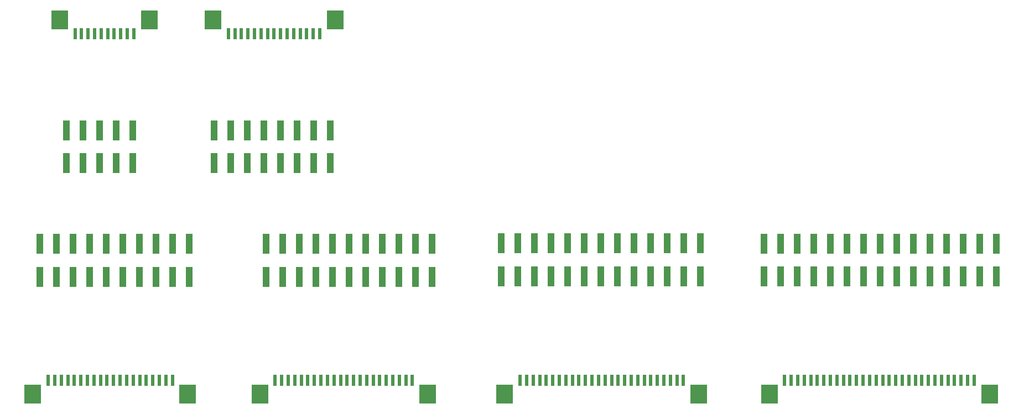
<source format=gbp>
G04 #@! TF.GenerationSoftware,KiCad,Pcbnew,8.0.3*
G04 #@! TF.CreationDate,2025-06-28T13:49:22+03:00*
G04 #@! TF.ProjectId,Camera_Expansion_Board_V2.0,43616d65-7261-45f4-9578-70616e73696f,rev?*
G04 #@! TF.SameCoordinates,Original*
G04 #@! TF.FileFunction,Paste,Bot*
G04 #@! TF.FilePolarity,Positive*
%FSLAX46Y46*%
G04 Gerber Fmt 4.6, Leading zero omitted, Abs format (unit mm)*
G04 Created by KiCad (PCBNEW 8.0.3) date 2025-06-28 13:49:22*
%MOMM*%
%LPD*%
G01*
G04 APERTURE LIST*
%ADD10R,0.600000X1.800000*%
%ADD11R,2.600000X3.000000*%
%ADD12R,1.000000X3.150000*%
G04 APERTURE END LIST*
D10*
X84443750Y-65148750D03*
X85443750Y-65148750D03*
X86443750Y-65148750D03*
X87443750Y-65148750D03*
X88443750Y-65148750D03*
X89443750Y-65148750D03*
X90443750Y-65148750D03*
X91443750Y-65148750D03*
X92443750Y-65148750D03*
X93443750Y-65148750D03*
D11*
X82093750Y-62978750D03*
X95793750Y-62978750D03*
D12*
X180133750Y-102311250D03*
X180133750Y-97261250D03*
X177593750Y-102311250D03*
X177593750Y-97261250D03*
X175053750Y-102311250D03*
X175053750Y-97261250D03*
X172513750Y-102311250D03*
X172513750Y-97261250D03*
X169973750Y-102311250D03*
X169973750Y-97261250D03*
X167433750Y-102311250D03*
X167433750Y-97261250D03*
X164893750Y-102311250D03*
X164893750Y-97261250D03*
X162353750Y-102311250D03*
X162353750Y-97261250D03*
X159813750Y-102311250D03*
X159813750Y-97261250D03*
X157273750Y-102311250D03*
X157273750Y-97261250D03*
X154733750Y-102311250D03*
X154733750Y-97261250D03*
X152193750Y-102311250D03*
X152193750Y-97261250D03*
X149653750Y-102311250D03*
X149653750Y-97261250D03*
D10*
X107913750Y-65148750D03*
X108913750Y-65148750D03*
X109913750Y-65148750D03*
X110913750Y-65148750D03*
X111913750Y-65148750D03*
X112913750Y-65148750D03*
X113913750Y-65148750D03*
X114913750Y-65148750D03*
X115913750Y-65148750D03*
X116913750Y-65148750D03*
X117913750Y-65148750D03*
X118913750Y-65148750D03*
X119913750Y-65148750D03*
X120913750Y-65148750D03*
X121913750Y-65148750D03*
D11*
X105563750Y-62978750D03*
X124263750Y-62978750D03*
D10*
X99353750Y-118203750D03*
X98353750Y-118203750D03*
X97353750Y-118203750D03*
X96353750Y-118203750D03*
X95353750Y-118203750D03*
X94353750Y-118203750D03*
X93353750Y-118203750D03*
X92353750Y-118203750D03*
X91353750Y-118203750D03*
X90353750Y-118203750D03*
X89353750Y-118203750D03*
X88353750Y-118203750D03*
X87353750Y-118203750D03*
X86353750Y-118203750D03*
X85353750Y-118203750D03*
X84353750Y-118203750D03*
X83353750Y-118203750D03*
X82353750Y-118203750D03*
X81353750Y-118203750D03*
X80353750Y-118203750D03*
D11*
X101703750Y-120373750D03*
X78003750Y-120373750D03*
D12*
X105713750Y-79921250D03*
X105713750Y-84971250D03*
X108253750Y-79921250D03*
X108253750Y-84971250D03*
X110793750Y-79921250D03*
X110793750Y-84971250D03*
X113333750Y-79921250D03*
X113333750Y-84971250D03*
X115873750Y-79921250D03*
X115873750Y-84971250D03*
X118413750Y-79921250D03*
X118413750Y-84971250D03*
X120953750Y-79921250D03*
X120953750Y-84971250D03*
X123493750Y-79921250D03*
X123493750Y-84971250D03*
D10*
X177572500Y-118203750D03*
X176572500Y-118203750D03*
X175572500Y-118203750D03*
X174572500Y-118203750D03*
X173572500Y-118203750D03*
X172572500Y-118203750D03*
X171572500Y-118203750D03*
X170572500Y-118203750D03*
X169572500Y-118203750D03*
X168572500Y-118203750D03*
X167572500Y-118203750D03*
X166572500Y-118203750D03*
X165572500Y-118203750D03*
X164572500Y-118203750D03*
X163572500Y-118203750D03*
X162572500Y-118203750D03*
X161572500Y-118203750D03*
X160572500Y-118203750D03*
X159572500Y-118203750D03*
X158572500Y-118203750D03*
X157572500Y-118203750D03*
X156572500Y-118203750D03*
X155572500Y-118203750D03*
X154572500Y-118203750D03*
X153572500Y-118203750D03*
X152572500Y-118203750D03*
D11*
X179922500Y-120373750D03*
X150222500Y-120373750D03*
D12*
X225480000Y-102343750D03*
X225480000Y-97293750D03*
X222940000Y-102343750D03*
X222940000Y-97293750D03*
X220400000Y-102343750D03*
X220400000Y-97293750D03*
X217860000Y-102343750D03*
X217860000Y-97293750D03*
X215320000Y-102343750D03*
X215320000Y-97293750D03*
X212780000Y-102343750D03*
X212780000Y-97293750D03*
X210240000Y-102343750D03*
X210240000Y-97293750D03*
X207700000Y-102343750D03*
X207700000Y-97293750D03*
X205160000Y-102343750D03*
X205160000Y-97293750D03*
X202620000Y-102343750D03*
X202620000Y-97293750D03*
X200080000Y-102343750D03*
X200080000Y-97293750D03*
X197540000Y-102343750D03*
X197540000Y-97293750D03*
X195000000Y-102343750D03*
X195000000Y-97293750D03*
X192460000Y-102343750D03*
X192460000Y-97293750D03*
X189920000Y-102343750D03*
X189920000Y-97293750D03*
X139133750Y-102351250D03*
X139133750Y-97301250D03*
X136593750Y-102351250D03*
X136593750Y-97301250D03*
X134053750Y-102351250D03*
X134053750Y-97301250D03*
X131513750Y-102351250D03*
X131513750Y-97301250D03*
X128973750Y-102351250D03*
X128973750Y-97301250D03*
X126433750Y-102351250D03*
X126433750Y-97301250D03*
X123893750Y-102351250D03*
X123893750Y-97301250D03*
X121353750Y-102351250D03*
X121353750Y-97301250D03*
X118813750Y-102351250D03*
X118813750Y-97301250D03*
X116273750Y-102351250D03*
X116273750Y-97301250D03*
X113733750Y-102351250D03*
X113733750Y-97301250D03*
X101953750Y-102361250D03*
X101953750Y-97311250D03*
X99413750Y-102361250D03*
X99413750Y-97311250D03*
X96873750Y-102361250D03*
X96873750Y-97311250D03*
X94333750Y-102361250D03*
X94333750Y-97311250D03*
X91793750Y-102361250D03*
X91793750Y-97311250D03*
X89253750Y-102361250D03*
X89253750Y-97311250D03*
X86713750Y-102361250D03*
X86713750Y-97311250D03*
X84173750Y-102361250D03*
X84173750Y-97311250D03*
X81633750Y-102361250D03*
X81633750Y-97311250D03*
X79093750Y-102361250D03*
X79093750Y-97311250D03*
X83123750Y-79911250D03*
X83123750Y-84961250D03*
X85663750Y-79911250D03*
X85663750Y-84961250D03*
X88203750Y-79911250D03*
X88203750Y-84961250D03*
X90743750Y-79911250D03*
X90743750Y-84961250D03*
X93283750Y-79911250D03*
X93283750Y-84961250D03*
D10*
X136083750Y-118203750D03*
X135083750Y-118203750D03*
X134083750Y-118203750D03*
X133083750Y-118203750D03*
X132083750Y-118203750D03*
X131083750Y-118203750D03*
X130083750Y-118203750D03*
X129083750Y-118203750D03*
X128083750Y-118203750D03*
X127083750Y-118203750D03*
X126083750Y-118203750D03*
X125083750Y-118203750D03*
X124083750Y-118203750D03*
X123083750Y-118203750D03*
X122083750Y-118203750D03*
X121083750Y-118203750D03*
X120083750Y-118203750D03*
X119083750Y-118203750D03*
X118083750Y-118203750D03*
X117083750Y-118203750D03*
X116083750Y-118203750D03*
X115083750Y-118203750D03*
D11*
X138433750Y-120373750D03*
X112733750Y-120373750D03*
D10*
X222060000Y-118203750D03*
X221060000Y-118203750D03*
X220060000Y-118203750D03*
X219060000Y-118203750D03*
X218060000Y-118203750D03*
X217060000Y-118203750D03*
X216060000Y-118203750D03*
X215060000Y-118203750D03*
X214060000Y-118203750D03*
X213060000Y-118203750D03*
X212060000Y-118203750D03*
X211060000Y-118203750D03*
X210060000Y-118203750D03*
X209060000Y-118203750D03*
X208060000Y-118203750D03*
X207060000Y-118203750D03*
X206060000Y-118203750D03*
X205060000Y-118203750D03*
X204060000Y-118203750D03*
X203060000Y-118203750D03*
X202060000Y-118203750D03*
X201060000Y-118203750D03*
X200060000Y-118203750D03*
X199060000Y-118203750D03*
X198060000Y-118203750D03*
X197060000Y-118203750D03*
X196060000Y-118203750D03*
X195060000Y-118203750D03*
X194060000Y-118203750D03*
X193060000Y-118203750D03*
D11*
X224410000Y-120373750D03*
X190710000Y-120373750D03*
M02*

</source>
